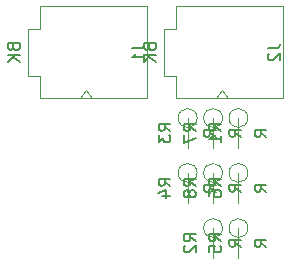
<source format=gbr>
%TF.GenerationSoftware,KiCad,Pcbnew,(6.0.7-1)-1*%
%TF.CreationDate,2023-10-29T11:35:46+10:00*%
%TF.ProjectId,HYD ISO Panel PCB V2,48594420-4953-44f2-9050-616e656c2050,rev?*%
%TF.SameCoordinates,Original*%
%TF.FileFunction,AssemblyDrawing,Bot*%
%FSLAX46Y46*%
G04 Gerber Fmt 4.6, Leading zero omitted, Abs format (unit mm)*
G04 Created by KiCad (PCBNEW (6.0.7-1)-1) date 2023-10-29 11:35:46*
%MOMM*%
%LPD*%
G01*
G04 APERTURE LIST*
%ADD10C,0.150000*%
%ADD11C,0.100000*%
G04 APERTURE END LIST*
D10*
%TO.C,J2*%
X108353571Y-64595428D02*
X108401190Y-64738285D01*
X108448809Y-64785904D01*
X108544047Y-64833523D01*
X108686904Y-64833523D01*
X108782142Y-64785904D01*
X108829761Y-64738285D01*
X108877380Y-64643047D01*
X108877380Y-64262095D01*
X107877380Y-64262095D01*
X107877380Y-64595428D01*
X107925000Y-64690666D01*
X107972619Y-64738285D01*
X108067857Y-64785904D01*
X108163095Y-64785904D01*
X108258333Y-64738285D01*
X108305952Y-64690666D01*
X108353571Y-64595428D01*
X108353571Y-64262095D01*
X108877380Y-65262095D02*
X107877380Y-65262095D01*
X108877380Y-65833523D02*
X108305952Y-65404952D01*
X107877380Y-65833523D02*
X108448809Y-65262095D01*
X118387380Y-64690666D02*
X119101666Y-64690666D01*
X119244523Y-64643047D01*
X119339761Y-64547809D01*
X119387380Y-64404952D01*
X119387380Y-64309714D01*
X118482619Y-65119238D02*
X118435000Y-65166857D01*
X118387380Y-65262095D01*
X118387380Y-65500190D01*
X118435000Y-65595428D01*
X118482619Y-65643047D01*
X118577857Y-65690666D01*
X118673095Y-65690666D01*
X118815952Y-65643047D01*
X119387380Y-65071619D01*
X119387380Y-65690666D01*
%TO.C,J1*%
X96847571Y-64595428D02*
X96895190Y-64738285D01*
X96942809Y-64785904D01*
X97038047Y-64833523D01*
X97180904Y-64833523D01*
X97276142Y-64785904D01*
X97323761Y-64738285D01*
X97371380Y-64643047D01*
X97371380Y-64262095D01*
X96371380Y-64262095D01*
X96371380Y-64595428D01*
X96419000Y-64690666D01*
X96466619Y-64738285D01*
X96561857Y-64785904D01*
X96657095Y-64785904D01*
X96752333Y-64738285D01*
X96799952Y-64690666D01*
X96847571Y-64595428D01*
X96847571Y-64262095D01*
X97371380Y-65262095D02*
X96371380Y-65262095D01*
X97371380Y-65833523D02*
X96799952Y-65404952D01*
X96371380Y-65833523D02*
X96942809Y-65262095D01*
X106881380Y-64690666D02*
X107595666Y-64690666D01*
X107738523Y-64643047D01*
X107833761Y-64547809D01*
X107881380Y-64404952D01*
X107881380Y-64309714D01*
X107881380Y-65690666D02*
X107881380Y-65119238D01*
X107881380Y-65404952D02*
X106881380Y-65404952D01*
X107024238Y-65309714D01*
X107119476Y-65214476D01*
X107167095Y-65119238D01*
%TO.C,R1*%
X118272380Y-72159523D02*
X117796190Y-71826190D01*
X118272380Y-71588095D02*
X117272380Y-71588095D01*
X117272380Y-71969047D01*
X117320000Y-72064285D01*
X117367619Y-72111904D01*
X117462857Y-72159523D01*
X117605714Y-72159523D01*
X117700952Y-72111904D01*
X117748571Y-72064285D01*
X117796190Y-71969047D01*
X117796190Y-71588095D01*
X114432380Y-71683333D02*
X113956190Y-71350000D01*
X114432380Y-71111904D02*
X113432380Y-71111904D01*
X113432380Y-71492857D01*
X113480000Y-71588095D01*
X113527619Y-71635714D01*
X113622857Y-71683333D01*
X113765714Y-71683333D01*
X113860952Y-71635714D01*
X113908571Y-71588095D01*
X113956190Y-71492857D01*
X113956190Y-71111904D01*
X114432380Y-72635714D02*
X114432380Y-72064285D01*
X114432380Y-72350000D02*
X113432380Y-72350000D01*
X113575238Y-72254761D01*
X113670476Y-72159523D01*
X113718095Y-72064285D01*
%TO.C,R5*%
X118272380Y-81479523D02*
X117796190Y-81146190D01*
X118272380Y-80908095D02*
X117272380Y-80908095D01*
X117272380Y-81289047D01*
X117320000Y-81384285D01*
X117367619Y-81431904D01*
X117462857Y-81479523D01*
X117605714Y-81479523D01*
X117700952Y-81431904D01*
X117748571Y-81384285D01*
X117796190Y-81289047D01*
X117796190Y-80908095D01*
X114432380Y-81003333D02*
X113956190Y-80670000D01*
X114432380Y-80431904D02*
X113432380Y-80431904D01*
X113432380Y-80812857D01*
X113480000Y-80908095D01*
X113527619Y-80955714D01*
X113622857Y-81003333D01*
X113765714Y-81003333D01*
X113860952Y-80955714D01*
X113908571Y-80908095D01*
X113956190Y-80812857D01*
X113956190Y-80431904D01*
X113432380Y-81908095D02*
X113432380Y-81431904D01*
X113908571Y-81384285D01*
X113860952Y-81431904D01*
X113813333Y-81527142D01*
X113813333Y-81765238D01*
X113860952Y-81860476D01*
X113908571Y-81908095D01*
X114003809Y-81955714D01*
X114241904Y-81955714D01*
X114337142Y-81908095D01*
X114384761Y-81860476D01*
X114432380Y-81765238D01*
X114432380Y-81527142D01*
X114384761Y-81431904D01*
X114337142Y-81384285D01*
%TO.C,R6*%
X118272380Y-76809523D02*
X117796190Y-76476190D01*
X118272380Y-76238095D02*
X117272380Y-76238095D01*
X117272380Y-76619047D01*
X117320000Y-76714285D01*
X117367619Y-76761904D01*
X117462857Y-76809523D01*
X117605714Y-76809523D01*
X117700952Y-76761904D01*
X117748571Y-76714285D01*
X117796190Y-76619047D01*
X117796190Y-76238095D01*
X114432380Y-76333333D02*
X113956190Y-76000000D01*
X114432380Y-75761904D02*
X113432380Y-75761904D01*
X113432380Y-76142857D01*
X113480000Y-76238095D01*
X113527619Y-76285714D01*
X113622857Y-76333333D01*
X113765714Y-76333333D01*
X113860952Y-76285714D01*
X113908571Y-76238095D01*
X113956190Y-76142857D01*
X113956190Y-75761904D01*
X113432380Y-77190476D02*
X113432380Y-77000000D01*
X113480000Y-76904761D01*
X113527619Y-76857142D01*
X113670476Y-76761904D01*
X113860952Y-76714285D01*
X114241904Y-76714285D01*
X114337142Y-76761904D01*
X114384761Y-76809523D01*
X114432380Y-76904761D01*
X114432380Y-77095238D01*
X114384761Y-77190476D01*
X114337142Y-77238095D01*
X114241904Y-77285714D01*
X114003809Y-77285714D01*
X113908571Y-77238095D01*
X113860952Y-77190476D01*
X113813333Y-77095238D01*
X113813333Y-76904761D01*
X113860952Y-76809523D01*
X113908571Y-76761904D01*
X114003809Y-76714285D01*
%TO.C,R2*%
X116122380Y-81479523D02*
X115646190Y-81146190D01*
X116122380Y-80908095D02*
X115122380Y-80908095D01*
X115122380Y-81289047D01*
X115170000Y-81384285D01*
X115217619Y-81431904D01*
X115312857Y-81479523D01*
X115455714Y-81479523D01*
X115550952Y-81431904D01*
X115598571Y-81384285D01*
X115646190Y-81289047D01*
X115646190Y-80908095D01*
X112282380Y-81003333D02*
X111806190Y-80670000D01*
X112282380Y-80431904D02*
X111282380Y-80431904D01*
X111282380Y-80812857D01*
X111330000Y-80908095D01*
X111377619Y-80955714D01*
X111472857Y-81003333D01*
X111615714Y-81003333D01*
X111710952Y-80955714D01*
X111758571Y-80908095D01*
X111806190Y-80812857D01*
X111806190Y-80431904D01*
X111377619Y-81384285D02*
X111330000Y-81431904D01*
X111282380Y-81527142D01*
X111282380Y-81765238D01*
X111330000Y-81860476D01*
X111377619Y-81908095D01*
X111472857Y-81955714D01*
X111568095Y-81955714D01*
X111710952Y-81908095D01*
X112282380Y-81336666D01*
X112282380Y-81955714D01*
%TO.C,R3*%
X113972380Y-72159523D02*
X113496190Y-71826190D01*
X113972380Y-71588095D02*
X112972380Y-71588095D01*
X112972380Y-71969047D01*
X113020000Y-72064285D01*
X113067619Y-72111904D01*
X113162857Y-72159523D01*
X113305714Y-72159523D01*
X113400952Y-72111904D01*
X113448571Y-72064285D01*
X113496190Y-71969047D01*
X113496190Y-71588095D01*
X110132380Y-71683333D02*
X109656190Y-71350000D01*
X110132380Y-71111904D02*
X109132380Y-71111904D01*
X109132380Y-71492857D01*
X109180000Y-71588095D01*
X109227619Y-71635714D01*
X109322857Y-71683333D01*
X109465714Y-71683333D01*
X109560952Y-71635714D01*
X109608571Y-71588095D01*
X109656190Y-71492857D01*
X109656190Y-71111904D01*
X109132380Y-72016666D02*
X109132380Y-72635714D01*
X109513333Y-72302380D01*
X109513333Y-72445238D01*
X109560952Y-72540476D01*
X109608571Y-72588095D01*
X109703809Y-72635714D01*
X109941904Y-72635714D01*
X110037142Y-72588095D01*
X110084761Y-72540476D01*
X110132380Y-72445238D01*
X110132380Y-72159523D01*
X110084761Y-72064285D01*
X110037142Y-72016666D01*
%TO.C,R8*%
X116122380Y-76809523D02*
X115646190Y-76476190D01*
X116122380Y-76238095D02*
X115122380Y-76238095D01*
X115122380Y-76619047D01*
X115170000Y-76714285D01*
X115217619Y-76761904D01*
X115312857Y-76809523D01*
X115455714Y-76809523D01*
X115550952Y-76761904D01*
X115598571Y-76714285D01*
X115646190Y-76619047D01*
X115646190Y-76238095D01*
X112282380Y-76333333D02*
X111806190Y-76000000D01*
X112282380Y-75761904D02*
X111282380Y-75761904D01*
X111282380Y-76142857D01*
X111330000Y-76238095D01*
X111377619Y-76285714D01*
X111472857Y-76333333D01*
X111615714Y-76333333D01*
X111710952Y-76285714D01*
X111758571Y-76238095D01*
X111806190Y-76142857D01*
X111806190Y-75761904D01*
X111710952Y-76904761D02*
X111663333Y-76809523D01*
X111615714Y-76761904D01*
X111520476Y-76714285D01*
X111472857Y-76714285D01*
X111377619Y-76761904D01*
X111330000Y-76809523D01*
X111282380Y-76904761D01*
X111282380Y-77095238D01*
X111330000Y-77190476D01*
X111377619Y-77238095D01*
X111472857Y-77285714D01*
X111520476Y-77285714D01*
X111615714Y-77238095D01*
X111663333Y-77190476D01*
X111710952Y-77095238D01*
X111710952Y-76904761D01*
X111758571Y-76809523D01*
X111806190Y-76761904D01*
X111901428Y-76714285D01*
X112091904Y-76714285D01*
X112187142Y-76761904D01*
X112234761Y-76809523D01*
X112282380Y-76904761D01*
X112282380Y-77095238D01*
X112234761Y-77190476D01*
X112187142Y-77238095D01*
X112091904Y-77285714D01*
X111901428Y-77285714D01*
X111806190Y-77238095D01*
X111758571Y-77190476D01*
X111710952Y-77095238D01*
%TO.C,R4*%
X113972380Y-76809523D02*
X113496190Y-76476190D01*
X113972380Y-76238095D02*
X112972380Y-76238095D01*
X112972380Y-76619047D01*
X113020000Y-76714285D01*
X113067619Y-76761904D01*
X113162857Y-76809523D01*
X113305714Y-76809523D01*
X113400952Y-76761904D01*
X113448571Y-76714285D01*
X113496190Y-76619047D01*
X113496190Y-76238095D01*
X110132380Y-76333333D02*
X109656190Y-76000000D01*
X110132380Y-75761904D02*
X109132380Y-75761904D01*
X109132380Y-76142857D01*
X109180000Y-76238095D01*
X109227619Y-76285714D01*
X109322857Y-76333333D01*
X109465714Y-76333333D01*
X109560952Y-76285714D01*
X109608571Y-76238095D01*
X109656190Y-76142857D01*
X109656190Y-75761904D01*
X109465714Y-77190476D02*
X110132380Y-77190476D01*
X109084761Y-76952380D02*
X109799047Y-76714285D01*
X109799047Y-77333333D01*
%TO.C,R7*%
X116122380Y-72159523D02*
X115646190Y-71826190D01*
X116122380Y-71588095D02*
X115122380Y-71588095D01*
X115122380Y-71969047D01*
X115170000Y-72064285D01*
X115217619Y-72111904D01*
X115312857Y-72159523D01*
X115455714Y-72159523D01*
X115550952Y-72111904D01*
X115598571Y-72064285D01*
X115646190Y-71969047D01*
X115646190Y-71588095D01*
X112282380Y-71683333D02*
X111806190Y-71350000D01*
X112282380Y-71111904D02*
X111282380Y-71111904D01*
X111282380Y-71492857D01*
X111330000Y-71588095D01*
X111377619Y-71635714D01*
X111472857Y-71683333D01*
X111615714Y-71683333D01*
X111710952Y-71635714D01*
X111758571Y-71588095D01*
X111806190Y-71492857D01*
X111806190Y-71111904D01*
X111282380Y-72016666D02*
X111282380Y-72683333D01*
X112282380Y-72254761D01*
D11*
%TO.C,J2*%
X119635000Y-61134000D02*
X110630000Y-61134000D01*
X114525000Y-68206893D02*
X114025000Y-68914000D01*
X119635000Y-68914000D02*
X119635000Y-61134000D01*
X115025000Y-68914000D02*
X114525000Y-68206893D01*
X109625000Y-63039000D02*
X109625000Y-67009000D01*
X109625000Y-67009000D02*
X110630000Y-67009000D01*
X110630000Y-67009000D02*
X110630000Y-68914000D01*
X110630000Y-61134000D02*
X110630000Y-63039000D01*
X110630000Y-68914000D02*
X119635000Y-68914000D01*
X110630000Y-63039000D02*
X109625000Y-63039000D01*
%TO.C,J1*%
X108129000Y-61134000D02*
X99124000Y-61134000D01*
X103019000Y-68206893D02*
X102519000Y-68914000D01*
X108129000Y-68914000D02*
X108129000Y-61134000D01*
X103519000Y-68914000D02*
X103019000Y-68206893D01*
X98119000Y-63039000D02*
X98119000Y-67009000D01*
X98119000Y-67009000D02*
X99124000Y-67009000D01*
X99124000Y-67009000D02*
X99124000Y-68914000D01*
X99124000Y-61134000D02*
X99124000Y-63039000D01*
X99124000Y-68914000D02*
X108129000Y-68914000D01*
X99124000Y-63039000D02*
X98119000Y-63039000D01*
%TO.C,R1*%
X115900000Y-70580000D02*
X115900000Y-73120000D01*
X116700000Y-70580000D02*
G75*
G03*
X116700000Y-70580000I-800000J0D01*
G01*
%TO.C,R5*%
X115900000Y-79900000D02*
X115900000Y-82440000D01*
X116700000Y-79900000D02*
G75*
G03*
X116700000Y-79900000I-800000J0D01*
G01*
%TO.C,R6*%
X115900000Y-75230000D02*
X115900000Y-77770000D01*
X116700000Y-75230000D02*
G75*
G03*
X116700000Y-75230000I-800000J0D01*
G01*
%TO.C,R2*%
X113750000Y-79900000D02*
X113750000Y-82440000D01*
X114550000Y-79900000D02*
G75*
G03*
X114550000Y-79900000I-800000J0D01*
G01*
%TO.C,R3*%
X111600000Y-70580000D02*
X111600000Y-73120000D01*
X112400000Y-70580000D02*
G75*
G03*
X112400000Y-70580000I-800000J0D01*
G01*
%TO.C,R8*%
X113750000Y-75230000D02*
X113750000Y-77770000D01*
X114550000Y-75230000D02*
G75*
G03*
X114550000Y-75230000I-800000J0D01*
G01*
%TO.C,R4*%
X111600000Y-75230000D02*
X111600000Y-77770000D01*
X112400000Y-75230000D02*
G75*
G03*
X112400000Y-75230000I-800000J0D01*
G01*
%TO.C,R7*%
X113750000Y-70580000D02*
X113750000Y-73120000D01*
X114550000Y-70580000D02*
G75*
G03*
X114550000Y-70580000I-800000J0D01*
G01*
%TD*%
M02*

</source>
